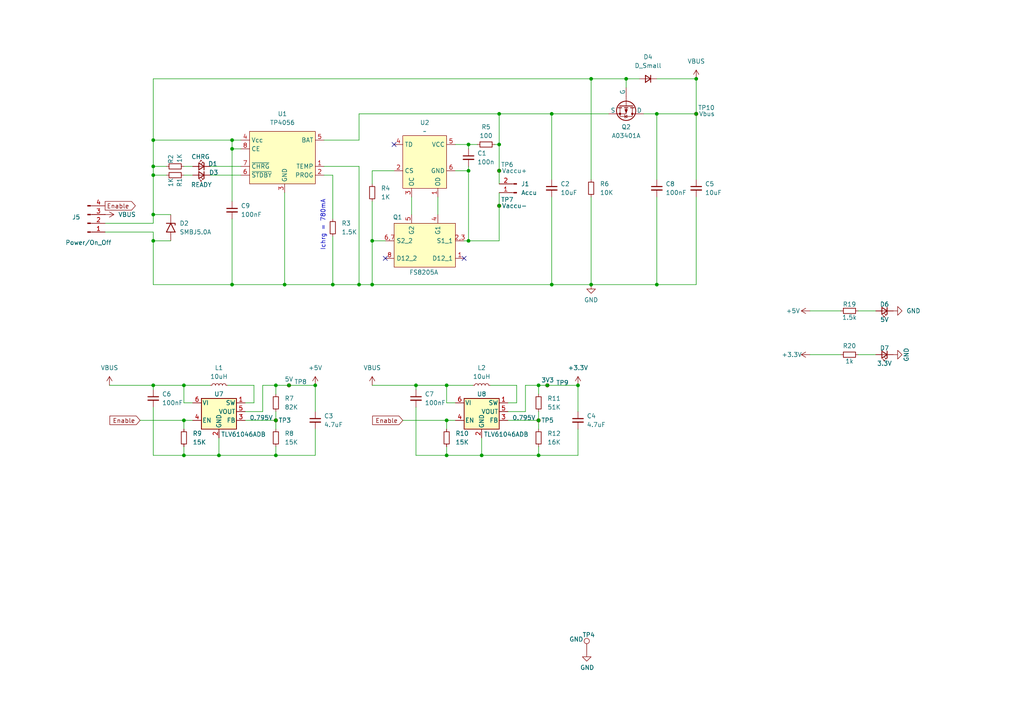
<source format=kicad_sch>
(kicad_sch (version 20231120) (generator "eeschema") (generator_version "8.0")
  (paper "A4")
  (lib_symbols
    (symbol "+5V_1" (power) (pin_numbers hide) (pin_names (offset 0) hide)
      (property "Value" "+5V" (at 0 3.556 0))
      (symbol "+5V_1_0_1"
        (polyline (pts (xy -0.762 1.27) (xy 0 2.54)))
        (polyline (pts (xy 0 0) (xy 0 2.54)))
        (polyline (pts (xy 0 2.54) (xy 0.762 1.27)))
      )
      (symbol "+5V_1_1_1"
        (pin power_in line (at 0 0 90) (length 0) (name "~") (number "1"))
      )
    )
    (symbol "Connector:Conn_01x02_Pin" (pin_names (offset 1.016) hide)
      (property "Reference" "J" (at 0 2.54 0))
      (property "Value" "Conn_01x02_Pin" (at 0 -5.08 0))
      (symbol "Conn_01x02_Pin_1_1"
        (polyline (pts (xy 1.27 -2.54) (xy 0.8636 -2.54)) (stroke (width 0.1524)))
        (polyline (pts (xy 1.27 0) (xy 0.8636 0)) (stroke (width 0.1524)))
        (rectangle (start 0.8636 -2.413) (end 0 -2.667) (stroke (width 0.1524)) (fill (type outline)))
        (rectangle (start 0.8636 0.127) (end 0 -0.127) (stroke (width 0.1524)) (fill (type outline)))
        (pin passive line (at 5.08 0 180) (length 3.81) (name "Pin_1") (number "1"))
        (pin passive line (at 5.08 -2.54 180) (length 3.81) (name "Pin_2") (number "2"))
      )
    )
    (symbol "Connector:Conn_01x04_Pin" (pin_names (offset 1.016) hide)
      (property "Reference" "J" (at 0 5.08 0))
      (property "Value" "Conn_01x04_Pin" (at 0 -7.62 0))
      (symbol "Conn_01x04_Pin_1_1"
        (polyline (pts (xy 1.27 -5.08) (xy 0.8636 -5.08)) (stroke (width 0.1524)))
        (polyline (pts (xy 1.27 -2.54) (xy 0.8636 -2.54)) (stroke (width 0.1524)))
        (polyline (pts (xy 1.27 0) (xy 0.8636 0)) (stroke (width 0.1524)))
        (polyline (pts (xy 1.27 2.54) (xy 0.8636 2.54)) (stroke (width 0.1524)))
        (rectangle (start 0.8636 -4.953) (end 0 -5.207) (stroke (width 0.1524)) (fill (type outline)))
        (rectangle (start 0.8636 -2.413) (end 0 -2.667) (stroke (width 0.1524)) (fill (type outline)))
        (rectangle (start 0.8636 0.127) (end 0 -0.127) (stroke (width 0.1524)) (fill (type outline)))
        (rectangle (start 0.8636 2.667) (end 0 2.413) (stroke (width 0.1524)) (fill (type outline)))
        (pin passive line (at 5.08 2.54 180) (length 3.81) (name "Pin_1") (number "1"))
        (pin passive line (at 5.08 0 180) (length 3.81) (name "Pin_2") (number "2"))
        (pin passive line (at 5.08 -2.54 180) (length 3.81) (name "Pin_3") (number "3"))
        (pin passive line (at 5.08 -5.08 180) (length 3.81) (name "Pin_4") (number "4"))
      )
    )
    (symbol "Connector:TestPoint" (pin_numbers hide) (pin_names (offset 0.762) hide)
      (property "Reference" "TP" (at 0 6.858 0))
      (property "Value" "TestPoint" (at 0 5.08 0))
      (symbol "TestPoint_0_1"
        (circle (center 0 3.302) (radius 0.762))
      )
      (symbol "TestPoint_1_1"
        (pin passive line (at 0 0 90) (length 2.54) (name "1") (number "1"))
      )
    )
    (symbol "Connector:TestPoint_Small" (pin_numbers hide) (pin_names (offset 0.762) hide)
      (property "Reference" "TP" (at 0 3.81 0))
      (property "Value" "TestPoint_Small" (at 0 2.032 0))
      (symbol "TestPoint_Small_0_1"
        (circle (center 0 0) (radius 0.508))
      )
      (symbol "TestPoint_Small_1_1"
        (pin passive line (at 0 0 90) (length 0) (name "1") (number "1"))
      )
    )
    (symbol "Device:C_Small" (pin_numbers hide) (pin_names (offset 0.254) hide)
      (property "Reference" "C" (at 0.254 1.778 0))
      (property "Value" "C_Small" (at 0.254 -2.032 0))
      (symbol "C_Small_0_1"
        (polyline (pts (xy -1.524 -0.508) (xy 1.524 -0.508)) (stroke (width 0.3302)))
        (polyline (pts (xy -1.524 0.508) (xy 1.524 0.508)) (stroke (width 0.3048)))
      )
      (symbol "C_Small_1_1"
        (pin passive line (at 0 2.54 270) (length 2.032) (name "~") (number "1"))
        (pin passive line (at 0 -2.54 90) (length 2.032) (name "~") (number "2"))
      )
    )
    (symbol "Device:D_Small" (pin_numbers hide) (pin_names (offset 0.254) hide)
      (property "Reference" "D" (at -1.27 2.032 0))
      (property "Value" "D_Small" (at -3.81 -2.032 0))
      (symbol "D_Small_0_1"
        (polyline (pts (xy -0.762 -1.016) (xy -0.762 1.016)) (stroke (width 0.254)))
        (polyline (pts (xy -0.762 0) (xy 0.762 0)))
        (polyline (pts (xy 0.762 -1.016) (xy -0.762 0) (xy 0.762 1.016) (xy 0.762 -1.016)) (stroke (width 0.254)))
      )
      (symbol "D_Small_1_1"
        (pin passive line (at -2.54 0 0) (length 1.778) (name "K") (number "1"))
        (pin passive line (at 2.54 0 180) (length 1.778) (name "A") (number "2"))
      )
    )
    (symbol "Device:LED_Small" (pin_numbers hide) (pin_names (offset 0.254) hide)
      (property "Reference" "D" (at -1.27 3.175 0))
      (property "Value" "LED_Small" (at -4.445 -2.54 0))
      (symbol "LED_Small_0_1"
        (polyline (pts (xy -0.762 -1.016) (xy -0.762 1.016)) (stroke (width 0.254)))
        (polyline (pts (xy 1.016 0) (xy -0.762 0)))
        (polyline (pts (xy 0.762 -1.016) (xy -0.762 0) (xy 0.762 1.016) (xy 0.762 -1.016)) (stroke (width 0.254)))
        (polyline (pts (xy 0 0.762) (xy -0.508 1.27) (xy -0.254 1.27) (xy -0.508 1.27) (xy -0.508 1.016)))
        (polyline (pts (xy 0.508 1.27) (xy 0 1.778) (xy 0.254 1.778) (xy 0 1.778) (xy 0 1.524)))
      )
      (symbol "LED_Small_1_1"
        (pin passive line (at -2.54 0 0) (length 1.778) (name "K") (number "1"))
        (pin passive line (at 2.54 0 180) (length 1.778) (name "A") (number "2"))
      )
    )
    (symbol "Device:L_Small" (pin_numbers hide) (pin_names (offset 0.254) hide)
      (property "Reference" "L" (at 0.762 1.016 0))
      (property "Value" "L_Small" (at 0.762 -1.016 0))
      (symbol "L_Small_0_1"
        (arc (start 0 -2.032) (mid 0.5058 -1.524) (end 0 -1.016))
        (arc (start 0 -1.016) (mid 0.5058 -0.508) (end 0 0))
        (arc (start 0 0) (mid 0.5058 0.508) (end 0 1.016))
        (arc (start 0 1.016) (mid 0.5058 1.524) (end 0 2.032))
      )
      (symbol "L_Small_1_1"
        (pin passive line (at 0 2.54 270) (length 0.508) (name "~") (number "1"))
        (pin passive line (at 0 -2.54 90) (length 0.508) (name "~") (number "2"))
      )
    )
    (symbol "Device:R_Small" (pin_numbers hide) (pin_names (offset 0.254) hide)
      (property "Reference" "R" (at 0.762 0.508 0))
      (property "Value" "R_Small" (at 0.762 -1.016 0))
      (symbol "R_Small_0_1"
        (rectangle (start -0.762 1.778) (end 0.762 -1.778) (stroke (width 0.2032)))
      )
      (symbol "R_Small_1_1"
        (pin passive line (at 0 2.54 270) (length 0.762) (name "~") (number "1"))
        (pin passive line (at 0 -2.54 90) (length 0.762) (name "~") (number "2"))
      )
    )
    (symbol "Diode:SM6T7V5A" (pin_numbers hide) (pin_names (offset 1.016) hide)
      (property "Reference" "D" (at 0 2.54 0))
      (property "Value" "SM6T7V5A" (at 0 -2.54 0))
      (symbol "SM6T7V5A_0_1"
        (polyline (pts (xy -0.762 1.27) (xy -1.27 1.27) (xy -1.27 -1.27)) (stroke (width 0.254)))
        (polyline (pts (xy 1.27 1.27) (xy 1.27 -1.27) (xy -1.27 0) (xy 1.27 1.27)) (stroke (width 0.254)))
      )
      (symbol "SM6T7V5A_1_1"
        (pin passive line (at -3.81 0 0) (length 2.54) (name "A1") (number "1"))
        (pin passive line (at 3.81 0 180) (length 2.54) (name "A2") (number "2"))
      )
    )
    (symbol "NicE:DW01A"
      (property "Reference" "U" (at 0 7.366 0))
      (symbol "DW01A_1_1"
        (rectangle (start -6.35 6.35) (end 6.35 -8.89) (fill (type background)))
        (pin output line (at 3.81 -11.43 90) (length 2.54) (name "OD") (number "1"))
        (pin input line (at -8.89 -3.81 0) (length 2.54) (name "CS") (number "2"))
        (pin output line (at -3.81 -11.43 90) (length 2.54) (name "OC") (number "3"))
        (pin input line (at -8.89 3.81 0) (length 2.54) (name "TD") (number "4"))
        (pin input line (at 8.89 3.81 180) (length 2.54) (name "VCC") (number "5"))
        (pin output line (at 8.89 -3.81 180) (length 2.54) (name "GND") (number "6"))
      )
    )
    (symbol "NicE:FS8205A" (pin_names (offset 0.762))
      (property "Reference" "Q" (at -1.27 5.08 0))
      (property "Value" "FS8205A" (at -3.81 -1.27 0))
      (symbol "FS8205A_0_0"
        (pin unspecified line (at -11.43 -3.81 0) (length 2.45) (name "D12_1") (number "1"))
        (pin unspecified line (at -11.43 1.27 0) (length 2.45) (name "S1_1") (number "2,3"))
        (pin unspecified line (at -3.81 8.89 270) (length 2.45) (name "G1") (number "4"))
        (pin unspecified line (at 3.81 8.89 270) (length 2.45) (name "G2") (number "5"))
        (pin unspecified line (at 11.43 1.27 180) (length 2.45) (name "S2_2") (number "6,7"))
        (pin unspecified line (at 11.43 -3.81 180) (length 2.45) (name "D12_2") (number "8"))
      )
      (symbol "FS8205A_0_1"
        (polyline (pts (xy -8.89 6.35) (xy 8.89 6.35) (xy 8.89 -6.35) (xy -8.89 -6.35) (xy -8.89 6.35)) (stroke (width 0.1524)) (fill (type background)))
      )
    )
    (symbol "NicE:TP4056"
      (property "Reference" "U" (at 0 6.35 0))
      (property "Value" "TP4056" (at 0 0 0))
      (symbol "TP4056_0_1"
        (rectangle (start -10.16 7.62) (end 8.89 -7.62) (fill (type background)))
      )
      (symbol "TP4056_1_1"
        (pin passive line (at 11.43 -2.54 180) (length 2.54) (name "TEMP") (number "1"))
        (pin passive line (at 11.43 -5.08 180) (length 2.54) (name "PROG") (number "2"))
        (pin passive line (at 0 -10.16 90) (length 2.54) (name "GND") (number "3"))
        (pin power_in line (at -12.7 5.08 0) (length 2.54) (name "Vcc") (number "4"))
        (pin output line (at 11.43 5.08 180) (length 2.54) (name "BAT") (number "5"))
        (pin open_collector line (at -12.7 -5.08 0) (length 2.54) (name "~{STDBY}") (number "6"))
        (pin open_collector line (at -12.7 -2.54 0) (length 2.54) (name "~{CHRG}") (number "7"))
        (pin passive line (at -12.7 2.54 0) (length 2.54) (name "CE") (number "8"))
      )
    )
    (symbol "Regulator_Switching:TLV61046ADB" (pin_names (offset 0.254))
      (property "Reference" "U" (at -5.08 7.62 0))
      (property "Value" "TLV61046ADB" (at 0 7.62 0))
      (symbol "TLV61046ADB_0_1"
        (rectangle (start -5.08 6.35) (end 5.08 -2.54) (stroke (width 0.254)) (fill (type background)))
      )
      (symbol "TLV61046ADB_1_1"
        (pin power_in line (at 7.62 5.08 180) (length 2.54) (name "SW") (number "1"))
        (pin power_in line (at 0 -5.08 90) (length 2.54) (name "GND") (number "2"))
        (pin input line (at 7.62 0 180) (length 2.54) (name "FB") (number "3"))
        (pin input line (at -7.62 0 0) (length 2.54) (name "EN") (number "4"))
        (pin power_out line (at 7.62 2.54 180) (length 2.54) (name "VOUT") (number "5"))
        (pin power_in line (at -7.62 5.08 0) (length 2.54) (name "VI") (number "6"))
      )
    )
    (symbol "Simulation_SPICE:PMOS" (pin_numbers hide) (pin_names (offset 0))
      (property "Reference" "Q" (at 5.08 1.27 0))
      (property "Value" "PMOS" (at 5.08 -1.27 0))
      (symbol "PMOS_0_1"
        (polyline (pts (xy 0.254 0) (xy -2.54 0)))
        (polyline (pts (xy 0.254 1.905) (xy 0.254 -1.905)) (stroke (width 0.254)))
        (polyline (pts (xy 0.762 -1.27) (xy 0.762 -2.286)) (stroke (width 0.254)))
        (polyline (pts (xy 0.762 0.508) (xy 0.762 -0.508)) (stroke (width 0.254)))
        (polyline (pts (xy 0.762 2.286) (xy 0.762 1.27)) (stroke (width 0.254)))
        (polyline (pts (xy 2.54 2.54) (xy 2.54 1.778)))
        (polyline (pts (xy 2.54 -2.54) (xy 2.54 0) (xy 0.762 0)))
        (polyline (pts (xy 0.762 1.778) (xy 3.302 1.778) (xy 3.302 -1.778) (xy 0.762 -1.778)))
        (polyline (pts (xy 2.286 0) (xy 1.27 0.381) (xy 1.27 -0.381) (xy 2.286 0)) (fill (type outline)))
        (polyline (pts (xy 2.794 -0.508) (xy 2.921 -0.381) (xy 3.683 -0.381) (xy 3.81 -0.254)))
        (polyline (pts (xy 3.302 -0.381) (xy 2.921 0.254) (xy 3.683 0.254) (xy 3.302 -0.381)))
        (circle (center 1.651 0) (radius 2.794) (stroke (width 0.254)))
        (circle (center 2.54 -1.778) (radius 0.254) (fill (type outline)))
        (circle (center 2.54 1.778) (radius 0.254) (fill (type outline)))
      )
      (symbol "PMOS_1_1"
        (pin passive line (at 2.54 5.08 270) (length 2.54) (name "D") (number "1"))
        (pin input line (at -5.08 0 0) (length 2.54) (name "G") (number "2"))
        (pin passive line (at 2.54 -5.08 90) (length 2.54) (name "S") (number "3"))
      )
    )
    (symbol "power:+3.3V" (power) (pin_names (offset 0))
      (property "Value" "+3.3V" (at 0 3.556 0))
      (symbol "+3.3V_0_1"
        (polyline (pts (xy -0.762 1.27) (xy 0 2.54)))
        (polyline (pts (xy 0 0) (xy 0 2.54)))
        (polyline (pts (xy 0 2.54) (xy 0.762 1.27)))
      )
      (symbol "+3.3V_1_1"
        (pin power_in line (at 0 0 90) (length 0) hide (name "+3.3V") (number "1"))
      )
    )
    (symbol "power:+5V" (power) (pin_names (offset 0))
      (property "Value" "+5V" (at 0 3.556 0))
      (symbol "+5V_0_1"
        (polyline (pts (xy -0.762 1.27) (xy 0 2.54)))
        (polyline (pts (xy 0 0) (xy 0 2.54)))
        (polyline (pts (xy 0 2.54) (xy 0.762 1.27)))
      )
      (symbol "+5V_1_1"
        (pin power_in line (at 0 0 90) (length 0) hide (name "+5V") (number "1"))
      )
    )
    (symbol "power:GND" (power) (pin_names (offset 0))
      (property "Value" "GND" (at 0 -3.81 0))
      (symbol "GND_0_1"
        (polyline (pts (xy 0 0) (xy 0 -1.27) (xy 1.27 -1.27) (xy 0 -2.54) (xy -1.27 -1.27) (xy 0 -1.27)))
      )
      (symbol "GND_1_1"
        (pin power_in line (at 0 0 270) (length 0) hide (name "GND") (number "1"))
      )
    )
    (symbol "power:VBUS" (power) (pin_numbers hide) (pin_names (offset 0) hide)
      (property "Value" "VBUS" (at 0 3.556 0))
      (symbol "VBUS_0_1"
        (polyline (pts (xy -0.762 1.27) (xy 0 2.54)))
        (polyline (pts (xy 0 0) (xy 0 2.54)))
        (polyline (pts (xy 0 2.54) (xy 0.762 1.27)))
      )
      (symbol "VBUS_1_1"
        (pin power_in line (at 0 0 90) (length 0) (name "~") (number "1"))
      )
    )
  )
  (junction (at 107.95 69.85))
  (junction (at 91.44 111.76))
  (junction (at 67.31 82.55))
  (junction (at 129.54 132.08))
  (junction (at 120.65 111.76))
  (junction (at 44.45 69.85))
  (junction (at 158.75 111.76))
  (junction (at 53.34 121.92))
  (junction (at 67.31 43.18))
  (junction (at 129.54 121.92))
  (junction (at 82.55 82.55))
  (junction (at 156.21 132.08))
  (junction (at 135.89 69.85))
  (junction (at 80.01 132.08))
  (junction (at 144.78 49.53))
  (junction (at 144.78 41.91))
  (junction (at 63.5 132.08))
  (junction (at 80.01 121.92))
  (junction (at 167.64 111.76))
  (junction (at 171.45 82.55))
  (junction (at 83.82 111.76))
  (junction (at 144.78 33.02))
  (junction (at 135.89 49.53))
  (junction (at 44.45 48.26))
  (junction (at 139.7 132.08))
  (junction (at 129.54 111.76))
  (junction (at 107.95 82.55))
  (junction (at 135.89 41.91))
  (junction (at 96.52 82.55))
  (junction (at 44.45 40.64))
  (junction (at 201.93 22.86))
  (junction (at 156.21 111.76))
  (junction (at 190.5 82.55))
  (junction (at 156.21 121.92))
  (junction (at 160.02 82.55))
  (junction (at 80.01 111.76))
  (junction (at 44.45 111.76))
  (junction (at 53.34 111.76))
  (junction (at 44.45 62.23))
  (junction (at 104.14 82.55))
  (junction (at 181.61 22.86))
  (junction (at 67.31 40.64))
  (junction (at 44.45 50.8))
  (junction (at 53.34 132.08))
  (junction (at 171.45 22.86))
  (junction (at 201.93 33.02))
  (junction (at 160.02 33.02))
  (junction (at 190.5 33.02))
  (junction (at 144.78 59.69))
  (no_connect (at 111.76 74.93))
  (no_connect (at 114.3 41.91))
  (no_connect (at 134.62 74.93))
  (wire (pts (xy 147.32 119.38) (xy 152.4 119.38)))
  (wire (pts (xy 144.78 59.69) (xy 144.78 69.85)))
  (wire (pts (xy 152.4 119.38) (xy 152.4 111.76)))
  (wire (pts (xy 144.78 49.53) (xy 144.78 53.34)))
  (wire (pts (xy 53.34 121.92) (xy 53.34 124.46)))
  (wire (pts (xy 135.89 41.91) (xy 138.43 41.91)))
  (wire (pts (xy 190.5 57.15) (xy 190.5 82.55)))
  (wire (pts (xy 69.85 43.18) (xy 67.31 43.18)))
  (wire (pts (xy 91.44 124.46) (xy 91.44 132.08)))
  (wire (pts (xy 44.45 69.85) (xy 44.45 82.55)))
  (wire (pts (xy 156.21 121.92) (xy 156.21 124.46)))
  (wire (pts (xy 67.31 63.5) (xy 67.31 82.55)))
  (wire (pts (xy 149.86 116.84) (xy 147.32 116.84)))
  (wire (pts (xy 248.92 102.87) (xy 254 102.87)))
  (wire (pts (xy 53.34 132.08) (xy 63.5 132.08)))
  (wire (pts (xy 107.95 58.42) (xy 107.95 69.85)))
  (wire (pts (xy 60.96 50.8) (xy 69.85 50.8)))
  (wire (pts (xy 158.75 111.76) (xy 167.64 111.76)))
  (wire (pts (xy 44.45 67.31) (xy 44.45 69.85)))
  (wire (pts (xy 114.3 49.53) (xy 107.95 49.53)))
  (wire (pts (xy 144.78 33.02) (xy 160.02 33.02)))
  (wire (pts (xy 107.95 69.85) (xy 111.76 69.85)))
  (wire (pts (xy 71.12 119.38) (xy 76.2 119.38)))
  (wire (pts (xy 53.34 111.76) (xy 53.34 116.84)))
  (wire (pts (xy 149.86 111.76) (xy 149.86 116.84)))
  (wire (pts (xy 107.95 49.53) (xy 107.95 53.34)))
  (wire (pts (xy 44.45 111.76) (xy 44.45 113.03)))
  (wire (pts (xy 76.2 111.76) (xy 80.01 111.76)))
  (wire (pts (xy 82.55 55.88) (xy 82.55 82.55)))
  (wire (pts (xy 80.01 121.92) (xy 80.01 124.46)))
  (wire (pts (xy 93.98 40.64) (xy 104.14 40.64)))
  (wire (pts (xy 120.65 118.11) (xy 120.65 132.08)))
  (wire (pts (xy 44.45 48.26) (xy 48.26 48.26)))
  (wire (pts (xy 181.61 22.86) (xy 185.42 22.86)))
  (wire (pts (xy 67.31 43.18) (xy 67.31 58.42)))
  (wire (pts (xy 201.93 22.86) (xy 201.93 33.02)))
  (wire (pts (xy 71.12 121.92) (xy 80.01 121.92)))
  (wire (pts (xy 44.45 118.11) (xy 44.45 132.08)))
  (wire (pts (xy 80.01 121.92) (xy 80.01 119.38)))
  (wire (pts (xy 144.78 55.88) (xy 144.78 59.69)))
  (wire (pts (xy 120.65 111.76) (xy 129.54 111.76)))
  (wire (pts (xy 60.96 111.76) (xy 53.34 111.76)))
  (wire (pts (xy 135.89 49.53) (xy 135.89 48.26)))
  (wire (pts (xy 135.89 69.85) (xy 144.78 69.85)))
  (wire (pts (xy 73.66 111.76) (xy 73.66 116.84)))
  (wire (pts (xy 53.34 48.26) (xy 55.88 48.26)))
  (wire (pts (xy 44.45 111.76) (xy 53.34 111.76)))
  (wire (pts (xy 44.45 132.08) (xy 53.34 132.08)))
  (wire (pts (xy 80.01 111.76) (xy 83.82 111.76)))
  (wire (pts (xy 139.7 132.08) (xy 139.7 127)))
  (wire (pts (xy 67.31 40.64) (xy 69.85 40.64)))
  (wire (pts (xy 143.51 41.91) (xy 144.78 41.91)))
  (wire (pts (xy 144.78 41.91) (xy 144.78 49.53)))
  (wire (pts (xy 135.89 49.53) (xy 135.89 69.85)))
  (wire (pts (xy 129.54 129.54) (xy 129.54 132.08)))
  (wire (pts (xy 156.21 121.92) (xy 156.21 119.38)))
  (wire (pts (xy 160.02 57.15) (xy 160.02 82.55)))
  (wire (pts (xy 167.64 119.38) (xy 167.64 111.76)))
  (wire (pts (xy 248.92 90.17) (xy 254 90.17)))
  (wire (pts (xy 147.32 121.92) (xy 156.21 121.92)))
  (wire (pts (xy 83.82 111.76) (xy 91.44 111.76)))
  (wire (pts (xy 142.24 111.76) (xy 149.86 111.76)))
  (wire (pts (xy 31.75 111.76) (xy 44.45 111.76)))
  (wire (pts (xy 44.45 40.64) (xy 67.31 40.64)))
  (wire (pts (xy 190.5 33.02) (xy 201.93 33.02)))
  (wire (pts (xy 171.45 22.86) (xy 171.45 52.07)))
  (wire (pts (xy 104.14 40.64) (xy 104.14 33.02)))
  (wire (pts (xy 186.69 33.02) (xy 190.5 33.02)))
  (wire (pts (xy 190.5 82.55) (xy 171.45 82.55)))
  (wire (pts (xy 53.34 50.8) (xy 55.88 50.8)))
  (wire (pts (xy 44.45 50.8) (xy 48.26 50.8)))
  (wire (pts (xy 91.44 132.08) (xy 80.01 132.08)))
  (wire (pts (xy 134.62 69.85) (xy 135.89 69.85)))
  (wire (pts (xy 119.38 62.23) (xy 119.38 57.15)))
  (wire (pts (xy 96.52 63.5) (xy 96.52 50.8)))
  (wire (pts (xy 129.54 111.76) (xy 129.54 116.84)))
  (wire (pts (xy 201.93 82.55) (xy 190.5 82.55)))
  (wire (pts (xy 190.5 22.86) (xy 201.93 22.86)))
  (wire (pts (xy 104.14 48.26) (xy 104.14 82.55)))
  (wire (pts (xy 171.45 82.55) (xy 160.02 82.55)))
  (wire (pts (xy 120.65 111.76) (xy 120.65 113.03)))
  (wire (pts (xy 152.4 111.76) (xy 156.21 111.76)))
  (wire (pts (xy 181.61 25.4) (xy 181.61 22.86)))
  (wire (pts (xy 60.96 48.26) (xy 69.85 48.26)))
  (wire (pts (xy 44.45 40.64) (xy 44.45 48.26)))
  (wire (pts (xy 167.64 124.46) (xy 167.64 132.08)))
  (wire (pts (xy 44.45 22.86) (xy 44.45 40.64)))
  (wire (pts (xy 127 62.23) (xy 127 57.15)))
  (wire (pts (xy 73.66 116.84) (xy 71.12 116.84)))
  (wire (pts (xy 201.93 57.15) (xy 201.93 82.55)))
  (wire (pts (xy 171.45 57.15) (xy 171.45 82.55)))
  (wire (pts (xy 107.95 111.76) (xy 120.65 111.76)))
  (wire (pts (xy 107.95 69.85) (xy 107.95 82.55)))
  (wire (pts (xy 160.02 33.02) (xy 160.02 52.07)))
  (wire (pts (xy 66.04 111.76) (xy 73.66 111.76)))
  (wire (pts (xy 234.95 90.17) (xy 243.84 90.17)))
  (wire (pts (xy 107.95 82.55) (xy 160.02 82.55)))
  (wire (pts (xy 67.31 82.55) (xy 82.55 82.55)))
  (wire (pts (xy 144.78 41.91) (xy 144.78 33.02)))
  (wire (pts (xy 96.52 82.55) (xy 104.14 82.55)))
  (wire (pts (xy 120.65 132.08) (xy 129.54 132.08)))
  (wire (pts (xy 190.5 33.02) (xy 190.5 52.07)))
  (wire (pts (xy 129.54 116.84) (xy 132.08 116.84)))
  (wire (pts (xy 181.61 22.86) (xy 171.45 22.86)))
  (wire (pts (xy 129.54 132.08) (xy 139.7 132.08)))
  (wire (pts (xy 104.14 33.02) (xy 144.78 33.02)))
  (wire (pts (xy 67.31 40.64) (xy 67.31 43.18)))
  (wire (pts (xy 156.21 111.76) (xy 158.75 111.76)))
  (wire (pts (xy 80.01 132.08) (xy 63.5 132.08)))
  (wire (pts (xy 167.64 132.08) (xy 156.21 132.08)))
  (wire (pts (xy 104.14 82.55) (xy 107.95 82.55)))
  (wire (pts (xy 234.95 102.87) (xy 243.84 102.87)))
  (wire (pts (xy 44.45 50.8) (xy 44.45 62.23)))
  (wire (pts (xy 129.54 121.92) (xy 129.54 124.46)))
  (wire (pts (xy 116.84 121.92) (xy 129.54 121.92)))
  (wire (pts (xy 76.2 119.38) (xy 76.2 111.76)))
  (wire (pts (xy 132.08 49.53) (xy 135.89 49.53)))
  (wire (pts (xy 82.55 82.55) (xy 96.52 82.55)))
  (wire (pts (xy 80.01 129.54) (xy 80.01 132.08)))
  (wire (pts (xy 63.5 132.08) (xy 63.5 127)))
  (wire (pts (xy 96.52 68.58) (xy 96.52 82.55)))
  (wire (pts (xy 53.34 129.54) (xy 53.34 132.08)))
  (wire (pts (xy 40.64 121.92) (xy 53.34 121.92)))
  (wire (pts (xy 171.45 22.86) (xy 44.45 22.86)))
  (wire (pts (xy 137.16 111.76) (xy 129.54 111.76)))
  (wire (pts (xy 96.52 50.8) (xy 93.98 50.8)))
  (wire (pts (xy 44.45 48.26) (xy 44.45 50.8)))
  (wire (pts (xy 156.21 111.76) (xy 156.21 114.3)))
  (wire (pts (xy 53.34 116.84) (xy 55.88 116.84)))
  (wire (pts (xy 80.01 111.76) (xy 80.01 114.3)))
  (wire (pts (xy 44.45 82.55) (xy 67.31 82.55)))
  (wire (pts (xy 201.93 33.02) (xy 201.93 52.07)))
  (wire (pts (xy 176.53 33.02) (xy 160.02 33.02)))
  (wire (pts (xy 93.98 48.26) (xy 104.14 48.26)))
  (wire (pts (xy 44.45 62.23) (xy 49.53 62.23)))
  (wire (pts (xy 132.08 121.92) (xy 129.54 121.92)))
  (wire (pts (xy 44.45 69.85) (xy 49.53 69.85)))
  (wire (pts (xy 156.21 132.08) (xy 139.7 132.08)))
  (wire (pts (xy 30.48 64.77) (xy 44.45 64.77)))
  (wire (pts (xy 44.45 62.23) (xy 44.45 64.77)))
  (wire (pts (xy 132.08 41.91) (xy 135.89 41.91)))
  (wire (pts (xy 30.48 67.31) (xy 44.45 67.31)))
  (wire (pts (xy 55.88 121.92) (xy 53.34 121.92)))
  (wire (pts (xy 156.21 129.54) (xy 156.21 132.08)))
  (wire (pts (xy 91.44 119.38) (xy 91.44 111.76)))
  (wire (pts (xy 135.89 41.91) (xy 135.89 43.18)))
  (text "Ichrg = 780mA" (at 93.726 65.278 90) (effects (font (size 1.27 1.27))))
  (global_label "Enable" (shape input) (at 116.84 121.92 180) (property "Intersheetrefs" "${INTERSHEET_REFS}" (effects (hide yes))))
  (global_label "Enable" (shape output) (at 30.48 59.69 0) (property "Intersheetrefs" "${INTERSHEET_REFS}" (effects (hide yes))))
  (global_label "Enable" (shape input) (at 40.64 121.92 180) (property "Intersheetrefs" "${INTERSHEET_REFS}" (effects (hide yes))))
  (symbol (lib_id "Device:C_Small") (at 160.02 54.61 0) (unit 1)
    (property "Reference" "C2" (at 162.56 53.3462 0) (effects (justify left)))
    (property "Value" "10uF" (at 162.56 55.8862 0) (effects (justify left)))
    (property "Description" "Unpolarized capacitor, small symbol" (effects (hide yes)))
  )
  (symbol (lib_id "Regulator_Switching:TLV61046ADB") (at 139.7 121.92 0) (unit 1)
    (property "Reference" "U8" (at 139.7 114.3 0))
    (property "Value" "TLV61046ADB" (at 146.812 125.984 0))
    (property "Footprint" "Package_TO_SOT_SMD:SOT-23-6" (effects (hide yes)))
    (property "Datasheet" "http://www.ti.com/lit/ds/symlink/tlv61046a.pdf" (effects (hide yes)))
    (property "Description" "28-V Output Voltage Boost Converter with Power Diode and Isolation Switch, SOT-23-6" (effects (hide yes)))
  )
  (symbol (lib_id "NicE:TP4056") (at 82.55 45.72 0) (unit 1)
    (property "Reference" "U1" (at 81.915 33.02 0))
    (property "Value" "TP4056" (at 81.915 35.56 0))
    (property "Footprint" "Package_SO:Diodes_PSOP-8" (effects (hide yes)))
    (property "Datasheet" "https://dlnmh9ip6v2uc.cloudfront.net/datasheets/Prototyping/TP4056.pdf" (effects (hide yes)))
    (property "LCSC" "C16581" (effects (hide yes)))
  )
  (symbol (lib_id "power:+3.3V") (at 234.95 102.87 90) (unit 1)
    (property "Reference" "#PWR020" (effects (hide yes)))
    (property "Value" "+3.3V" (at 226.695 102.87 90) (effects (justify right)))
    (instances (project "NIKOLA-02-E-001_PCAScannerController_R1" (path "" (reference "#PWR020") (unit 1))) (project "Robuoy" (path "" (reference "#PWR0206") (unit 1))))
  )
  (symbol (lib_id "Connector:TestPoint_Small") (at 201.93 33.02 0) (unit 1)
    (property "Reference" "TP10" (at 202.438 31.242 0) (effects (justify left)))
    (property "Value" "Vbus" (at 202.692 33.02 0) (effects (justify left)))
    (property "Description" "test point" (effects (hide yes)))
  )
  (symbol (lib_id "power:VBUS") (at 31.75 111.76 0) (unit 1)
    (property "Reference" "#PWR07" (effects (hide yes)))
    (property "Value" "VBUS" (at 31.75 106.68 0))
    (property "Description" "Power symbol creates a global label with name \"VBUS\"" (effects (hide yes)))
  )
  (symbol (lib_id "Simulation_SPICE:PMOS") (at 181.61 30.48 270) (unit 1)
    (property "Reference" "Q2" (at 181.61 36.83 90))
    (property "Value" "A03401A" (at 181.61 39.37 90))
    (property "Datasheet" "https://ngspice.sourceforge.io/docs/ngspice-html-manual/manual.xhtml#cha_MOSFETs" (effects (hide yes)))
    (property "Description" "P-MOSFET transistor, drain/source/gate" (effects (hide yes)))
    (property "Sim.Device" "PMOS" (effects (hide yes)))
    (property "Sim.Type" "VDMOS" (effects (hide yes)))
    (property "Sim.Pins" "1=D 2=G 3=S" (effects (hide yes)))
    (property "LCSC" "C15127" (effects (hide yes)))
  )
  (symbol (lib_id "Device:R_Small") (at 53.34 127 0) (unit 1)
    (property "Reference" "R9" (at 55.88 125.7299 0) (effects (justify left)))
    (property "Value" "15K" (at 55.88 128.2699 0) (effects (justify left)))
    (property "Description" "Resistor, small symbol" (effects (hide yes)))
  )
  (symbol (lib_id "Connector:TestPoint_Small") (at 156.21 121.92 0) (unit 1)
    (property "Reference" "TP5" (at 156.972 121.92 0) (effects (justify left)))
    (property "Value" "0.795V" (at 148.59 121.158 0) (effects (justify left)))
    (property "Description" "test point" (effects (hide yes)))
  )
  (symbol (lib_id "Device:R_Small") (at 156.21 116.84 0) (unit 1)
    (property "Reference" "R11" (at 158.75 115.5699 0) (effects (justify left)))
    (property "Value" "51K" (at 158.75 118.1099 0) (effects (justify left)))
    (property "Description" "Resistor, small symbol" (effects (hide yes)))
  )
  (symbol (lib_id "Device:R_Small") (at 156.21 127 0) (unit 1)
    (property "Reference" "R12" (at 158.75 125.7299 0) (effects (justify left)))
    (property "Value" "16K" (at 158.75 128.2699 0) (effects (justify left)))
    (property "Description" "Resistor, small symbol" (effects (hide yes)))
  )
  (symbol (lib_id "NicE:FS8205A") (at 123.19 71.12 0) (mirror y) (unit 1)
    (property "Reference" "Q1" (at 115.316 62.992 0))
    (property "Value" "FS8205A" (at 122.936 78.994 0))
    (property "Footprint" "SOP65P640X120-8N" (effects (hide yes)))
    (property "Datasheet" "http://www.ic-fortune.com/upload/Download/FS8205A-DS-12_EN.pdf" (effects (hide yes)))
    (property "Description" "dual n-channel enhancement mode power MOFSET" (effects (hide yes)))
    (property "Height" "1.2" (effects (hide yes)))
    (property "Manufacturer_Name" "SII Semiconductor" (effects (hide yes)))
    (property "Manufacturer_Part_Number" "FS8205A" (effects (hide yes)))
  )
  (symbol (lib_id "Device:C_Small") (at 135.89 45.72 0) (unit 1)
    (property "Reference" "C1" (at 138.43 44.4562 0) (effects (justify left)))
    (property "Value" "100n" (at 138.43 46.9962 0) (effects (justify left)))
    (property "Description" "Unpolarized capacitor, small symbol" (effects (hide yes)))
  )
  (symbol (lib_name "+5V_1") (lib_id "power:+5V") (at 91.44 111.76 0) (unit 1)
    (property "Reference" "#PWR08" (effects (hide yes)))
    (property "Value" "+5V" (at 91.44 106.68 0))
    (property "Description" "Power symbol creates a global label with name \"+5V\"" (effects (hide yes)))
  )
  (symbol (lib_id "Device:R_Small") (at 50.8 48.26 90) (unit 1)
    (property "Reference" "R2" (at 49.53 47.498 0) (effects (justify left)))
    (property "Value" "1K" (at 52.07 47.244 0) (effects (justify left)))
    (property "Footprint" "A_Device:R_0603" (effects (hide yes)))
    (property "Description" "Resistor, small symbol" (effects (hide yes)))
  )
  (symbol (lib_id "power:GND") (at 259.08 102.87 90) (unit 1)
    (property "Reference" "#PWR024" (effects (hide yes)))
    (property "Value" "GND" (at 262.89 102.87 0))
    (instances (project "NIKOLA-02-E-001_PCAScannerController_R1" (path "" (reference "#PWR024") (unit 1))) (project "Robuoy" (path "" (reference "#PWR0210") (unit 1))))
  )
  (symbol (lib_id "Regulator_Switching:TLV61046ADB") (at 63.5 121.92 0) (unit 1)
    (property "Reference" "U7" (at 63.5 114.3 0))
    (property "Value" "TLV61046ADB" (at 70.612 125.984 0))
    (property "Footprint" "Package_TO_SOT_SMD:SOT-23-6" (effects (hide yes)))
    (property "Datasheet" "http://www.ti.com/lit/ds/symlink/tlv61046a.pdf" (effects (hide yes)))
    (property "Description" "28-V Output Voltage Boost Converter with Power Diode and Isolation Switch, SOT-23-6" (effects (hide yes)))
  )
  (symbol (lib_id "power:VBUS") (at 201.93 22.86 0) (unit 1)
    (property "Reference" "#PWR02" (effects (hide yes)))
    (property "Value" "VBUS" (at 201.93 17.78 0))
    (property "Description" "Power symbol creates a global label with name \"VBUS\"" (effects (hide yes)))
  )
  (symbol (lib_id "Device:LED_Small") (at 256.54 90.17 180) (unit 1)
    (property "Reference" "D6" (at 256.54 88.265 0))
    (property "Value" "5V" (at 256.54 92.71 0))
    (property "Footprint" "LED_SMD:LED_0603_1608Metric" (effects (hide yes)))
    (property "Datasheet" "https://datasheet.lcsc.com/szlcsc/Hubei-KENTO-Elec-KT-0603R_C2286.pdf" (effects (hide yes)))
    (property "LCSC" "C72043" (effects (hide yes)))
    (instances (project "NIKOLA-02-E-001_PCAScannerController_R1" (path "" (reference "D6") (unit 1))) (project "Robuoy" (path "" (reference "D202") (unit 1))))
  )
  (symbol (lib_id "Device:C_Small") (at 120.65 115.57 0) (unit 1)
    (property "Reference" "C7" (at 123.19 114.3062 0) (effects (justify left)))
    (property "Value" "100nF" (at 123.19 116.8462 0) (effects (justify left)))
    (property "Description" "Unpolarized capacitor, small symbol" (effects (hide yes)))
  )
  (symbol (lib_id "Connector:TestPoint_Small") (at 144.78 59.69 0) (unit 1)
    (property "Reference" "TP7" (at 145.288 57.912 0) (effects (justify left)))
    (property "Value" "Vaccu-" (at 145.542 59.69 0) (effects (justify left)))
    (property "Description" "test point" (effects (hide yes)))
  )
  (symbol (lib_id "Device:R_Small") (at 129.54 127 0) (unit 1)
    (property "Reference" "R10" (at 132.08 125.7299 0) (effects (justify left)))
    (property "Value" "15K" (at 132.08 128.2699 0) (effects (justify left)))
    (property "Description" "Resistor, small symbol" (effects (hide yes)))
  )
  (symbol (lib_id "Device:R_Small") (at 107.95 55.88 0) (unit 1)
    (property "Reference" "R4" (at 110.49 54.6099 0) (effects (justify left)))
    (property "Value" "1K" (at 110.49 57.1499 0) (effects (justify left)))
    (property "Footprint" "A_Device:R_0603" (effects (hide yes)))
    (property "Description" "Resistor, small symbol" (effects (hide yes)))
  )
  (symbol (lib_id "Diode:SM6T7V5A") (at 49.53 66.04 270) (unit 1)
    (property "Reference" "D2" (at 52.07 64.7699 90) (effects (justify left)))
    (property "Value" "SMBJ5.0A" (at 52.07 67.3099 90) (effects (justify left)))
    (property "Footprint" "Diode_SMD:D_SMB" (effects (hide yes)))
    (property "LCSC" "C110528" (effects (hide yes)))
  )
  (symbol (lib_id "power:VBUS") (at 107.95 111.76 0) (unit 1)
    (property "Reference" "#PWR09" (effects (hide yes)))
    (property "Value" "VBUS" (at 107.95 106.68 0))
    (property "Description" "Power symbol creates a global label with name \"VBUS\"" (effects (hide yes)))
  )
  (symbol (lib_id "Connector:TestPoint_Small") (at 158.75 111.76 0) (unit 1)
    (property "Reference" "TP9" (at 161.29 110.998 0) (effects (justify left)))
    (property "Value" "3V3" (at 156.972 110.236 0) (effects (justify left)))
    (property "Description" "test point" (effects (hide yes)))
  )
  (symbol (lib_id "Connector:Conn_01x02_Pin") (at 149.86 55.88 180) (unit 1)
    (property "Reference" "J1" (at 151.13 53.3399 0) (effects (justify right)))
    (property "Value" "Accu" (at 151.13 55.8799 0) (effects (justify right)))
    (property "Description" "Generic connector, single row, 01x02, script generated" (effects (hide yes)))
  )
  (symbol (lib_id "Device:R_Small") (at 140.97 41.91 90) (unit 1)
    (property "Reference" "R5" (at 140.97 36.83 90))
    (property "Value" "100" (at 140.97 39.37 90))
    (property "Footprint" "A_Device:R_0603" (effects (hide yes)))
    (property "Description" "Resistor, small symbol" (effects (hide yes)))
  )
  (symbol (lib_id "Device:R_Small") (at 246.38 102.87 270) (unit 1)
    (property "Reference" "R20" (at 246.38 100.33 90))
    (property "Value" "1k" (at 246.38 104.775 90))
    (property "Footprint" "A_Device:R_0603" (effects (hide yes)))
    (property "LCSC" "C21190" (effects (hide yes)))
    (instances (project "NIKOLA-02-E-001_PCAScannerController_R1" (path "" (reference "R20") (unit 1))) (project "Robuoy" (path "" (reference "R203") (unit 1))))
  )
  (symbol (lib_id "Device:D_Small") (at 187.96 22.86 0) (mirror y) (unit 1)
    (property "Reference" "D4" (at 187.96 16.51 0))
    (property "Value" "D_Small" (at 187.96 19.05 0))
    (property "Description" "Diode, small symbol" (effects (hide yes)))
    (property "Sim.Device" "D" (effects (hide yes)))
    (property "Sim.Pins" "1=K 2=A" (effects (hide yes)))
  )
  (symbol (lib_name "+5V_1") (lib_id "power:+5V") (at 167.64 111.76 0) (unit 1)
    (property "Reference" "#PWR010" (effects (hide yes)))
    (property "Value" "+3.3V" (at 167.64 106.68 0))
    (property "Description" "Power symbol creates a global label with name \"+5V\"" (effects (hide yes)))
  )
  (symbol (lib_id "power:GND") (at 170.18 189.23 0) (unit 1)
    (property "Reference" "#PWR07" (effects (hide yes)))
    (property "Value" "GND" (at 170.307 193.6242 0))
    (instances (project "Smartbox4.0_V1.3" (path "" (reference "#PWR07") (unit 1))) (project "Robuoy" (path "" (reference "#PWR0211") (unit 1))))
  )
  (symbol (lib_id "Device:C_Small") (at 44.45 115.57 0) (unit 1)
    (property "Reference" "C6" (at 46.99 114.3062 0) (effects (justify left)))
    (property "Value" "100nF" (at 46.99 116.8462 0) (effects (justify left)))
    (property "Description" "Unpolarized capacitor, small symbol" (effects (hide yes)))
  )
  (symbol (lib_id "Device:C_Small") (at 190.5 54.61 0) (unit 1)
    (property "Reference" "C8" (at 193.04 53.3462 0) (effects (justify left)))
    (property "Value" "100nF" (at 193.04 55.8862 0) (effects (justify left)))
    (property "Description" "Unpolarized capacitor, small symbol" (effects (hide yes)))
  )
  (symbol (lib_id "Device:R_Small") (at 246.38 90.17 90) (unit 1)
    (property "Reference" "R19" (at 246.38 88.265 90))
    (property "Value" "1.5k" (at 246.38 92.075 90))
    (property "Footprint" "A_Device:R_0603" (effects (hide yes)))
    (property "LCSC" "C22843" (effects (hide yes)))
    (instances (project "NIKOLA-02-E-001_PCAScannerController_R1" (path "" (reference "R19") (unit 1))) (project "Robuoy" (path "" (reference "R202") (unit 1))))
  )
  (symbol (lib_id "Device:R_Small") (at 80.01 116.84 0) (unit 1)
    (property "Reference" "R7" (at 82.55 115.5699 0) (effects (justify left)))
    (property "Value" "82K" (at 82.55 118.1099 0) (effects (justify left)))
    (property "Description" "Resistor, small symbol" (effects (hide yes)))
  )
  (symbol (lib_id "Device:R_Small") (at 50.8 50.8 270) (unit 1)
    (property "Reference" "R1" (at 52.07 51.562 0) (effects (justify left)))
    (property "Value" "1K" (at 49.53 51.562 0) (effects (justify left)))
    (property "Footprint" "A_Device:R_0603" (effects (hide yes)))
    (property "Description" "Resistor, small symbol" (effects (hide yes)))
  )
  (symbol (lib_id "Device:LED_Small") (at 256.54 102.87 180) (unit 1)
    (property "Reference" "D7" (at 256.54 100.965 0))
    (property "Value" "3.3V" (at 256.54 105.41 0))
    (property "Footprint" "LED_SMD:LED_0603_1608Metric" (effects (hide yes)))
    (property "Datasheet" "https://datasheet.lcsc.com/szlcsc/Hubei-KENTO-Elec-KT-0603R_C2286.pdf" (effects (hide yes)))
    (property "LCSC" "C72043" (effects (hide yes)))
    (instances (project "NIKOLA-02-E-001_PCAScannerController_R1" (path "" (reference "D7") (unit 1))) (project "Robuoy" (path "" (reference "D203") (unit 1))))
  )
  (symbol (lib_id "Connector:TestPoint_Small") (at 83.82 111.76 0) (unit 1)
    (property "Reference" "TP8" (at 85.344 110.744 0) (effects (justify left)))
    (property "Value" "5V" (at 82.55 109.982 0) (effects (justify left)))
    (property "Description" "test point" (effects (hide yes)))
  )
  (symbol (lib_id "Device:LED_Small") (at 58.42 48.26 0) (mirror y) (unit 1)
    (property "Reference" "D1" (at 61.722 47.498 0))
    (property "Value" "CHRG" (at 58.166 45.466 0))
    (property "Description" "Light emitting diode, small symbol" (effects (hide yes)))
  )
  (symbol (lib_id "Device:LED_Small") (at 58.42 50.8 180) (unit 1)
    (property "Reference" "D3" (at 61.976 50.038 0))
    (property "Value" "READY" (at 58.42 53.594 0))
    (property "Description" "Light emitting diode, small symbol" (effects (hide yes)))
  )
  (symbol (lib_id "Device:C_Small") (at 91.44 121.92 0) (unit 1)
    (property "Reference" "C3" (at 93.98 120.6562 0) (effects (justify left)))
    (property "Value" "4.7uF" (at 93.98 123.1962 0) (effects (justify left)))
    (property "Description" "Unpolarized capacitor, small symbol" (effects (hide yes)))
  )
  (symbol (lib_id "Device:R_Small") (at 80.01 127 0) (unit 1)
    (property "Reference" "R8" (at 82.55 125.7299 0) (effects (justify left)))
    (property "Value" "15K" (at 82.55 128.2699 0) (effects (justify left)))
    (property "Description" "Resistor, small symbol" (effects (hide yes)))
  )
  (symbol (lib_id "Connector:TestPoint") (at 170.18 189.23 0) (unit 1)
    (property "Reference" "TP4" (at 168.91 184.15 0) (effects (justify left)))
    (property "Value" "GND" (at 165.1 185.42 0) (effects (justify left)))
    (property "Footprint" "A_Pads_Pins:Testpoint_0.9x1.5" (effects (hide yes)))
    (property "Farnell" "-" (effects (hide yes)))
    (instances (project "Smartbox4.0_V1.3" (path "" (reference "TP4") (unit 1))) (project "Robuoy" (path "" (reference "TP201") (unit 1))))
  )
  (symbol (lib_id "power:GND") (at 259.08 90.17 90) (unit 1)
    (property "Reference" "#PWR023" (effects (hide yes)))
    (property "Value" "GND" (at 262.89 90.1699 90) (effects (justify right)))
    (instances (project "NIKOLA-02-E-001_PCAScannerController_R1" (path "" (reference "#PWR023") (unit 1))) (project "Robuoy" (path "" (reference "#PWR0209") (unit 1))))
  )
  (symbol (lib_id "Connector:Conn_01x04_Pin") (at 25.4 64.77 0) (mirror x) (unit 1)
    (property "Reference" "J5" (at 22.098 62.992 0))
    (property "Value" "Power/On_Off" (at 25.654 70.358 0))
    (property "Description" "Generic connector, single row, 01x04, script generated" (effects (hide yes)))
  )
  (symbol (lib_id "Device:L_Small") (at 139.7 111.76 90) (unit 1)
    (property "Reference" "L2" (at 139.7 106.68 90))
    (property "Value" "10uH" (at 139.7 109.22 90))
    (property "Datasheet" "https://wmsc.lcsc.com/wmsc/upload/file/pdf/v2/lcsc/2306021632_cjiang--Changjiang-Microelectronics-Tech-FTC252012S100MBCA_C5832376.pdf" (effects (hide yes)))
    (property "Description" "Inductor, small symbol" (effects (hide yes)))
    (property "LCSC" "C5832376" (effects (hide yes)))
  )
  (symbol (lib_id "Device:C_Small") (at 67.31 60.96 0) (unit 1)
    (property "Reference" "C9" (at 69.85 59.6962 0) (effects (justify left)))
    (property "Value" "100nF" (at 69.85 62.2362 0) (effects (justify left)))
    (property "Description" "Unpolarized capacitor, small symbol" (effects (hide yes)))
  )
  (symbol (lib_id "Device:C_Small") (at 167.64 121.92 0) (unit 1)
    (property "Reference" "C4" (at 170.18 120.6562 0) (effects (justify left)))
    (property "Value" "4.7uF" (at 170.18 123.1962 0) (effects (justify left)))
    (property "Description" "Unpolarized capacitor, small symbol" (effects (hide yes)))
  )
  (symbol (lib_id "power:VBUS") (at 30.48 62.23 270) (unit 1)
    (property "Reference" "#PWR011" (effects (hide yes)))
    (property "Value" "VBUS" (at 34.29 62.2299 90) (effects (justify left)))
    (property "Description" "Power symbol creates a global label with name \"VBUS\"" (effects (hide yes)))
  )
  (symbol (lib_id "Connector:TestPoint_Small") (at 80.01 121.92 0) (unit 1)
    (property "Reference" "TP3" (at 80.772 121.92 0) (effects (justify left)))
    (property "Value" "0.795V" (at 72.39 121.158 0) (effects (justify left)))
    (property "Description" "test point" (effects (hide yes)))
  )
  (symbol (lib_id "NicE:DW01A") (at 123.19 45.72 0) (unit 1)
    (property "Reference" "U2" (at 123.19 35.56 0))
    (property "Value" "~" (at 123.19 38.1 0))
    (property "Footprint" "Package_TO_SOT_SMD:SOT-23-6" (effects (hide yes)))
    (property "Datasheet" "https://hmsemi.com/downfile/DW01A.PDF" (effects (hide yes)))
    (property "LCSC" "C2927799" (effects (hide yes)))
  )
  (symbol (lib_id "power:+5V") (at 234.95 90.17 90) (unit 1)
    (property "Reference" "#PWR019" (effects (hide yes)))
    (property "Value" "+5V" (at 227.965 90.17 90) (effects (justify right)))
    (instances (project "NIKOLA-02-E-001_PCAScannerController_R1" (path "" (reference "#PWR019") (unit 1))) (project "Robuoy" (path "" (reference "#PWR0205") (unit 1))))
  )
  (symbol (lib_id "Device:R_Small") (at 171.45 54.61 0) (unit 1)
    (property "Reference" "R6" (at 173.99 53.3399 0) (effects (justify left)))
    (property "Value" "10K" (at 173.99 55.8799 0) (effects (justify left)))
    (property "Footprint" "A_Device:R_0603" (effects (hide yes)))
    (property "Description" "Resistor, small symbol" (effects (hide yes)))
  )
  (symbol (lib_id "Device:L_Small") (at 63.5 111.76 90) (unit 1)
    (property "Reference" "L1" (at 63.5 106.68 90))
    (property "Value" "10uH" (at 63.5 109.22 90))
    (property "Datasheet" "https://wmsc.lcsc.com/wmsc/upload/file/pdf/v2/lcsc/2306021632_cjiang--Changjiang-Microelectronics-Tech-FTC252012S100MBCA_C5832376.pdf" (effects (hide yes)))
    (property "Description" "Inductor, small symbol" (effects (hide yes)))
    (property "LCSC" "C5832376" (effects (hide yes)))
  )
  (symbol (lib_id "Device:C_Small") (at 201.93 54.61 0) (unit 1)
    (property "Reference" "C5" (at 204.47 53.3462 0) (effects (justify left)))
    (property "Value" "10uF" (at 204.47 55.8862 0) (effects (justify left)))
    (property "Description" "Unpolarized capacitor, small symbol" (effects (hide yes)))
  )
  (symbol (lib_id "power:GND") (at 171.45 82.55 0) (unit 1)
    (property "Reference" "#PWR01" (effects (hide yes)))
    (property "Value" "GND" (at 171.45 86.995 0))
  )
  (symbol (lib_id "Device:R_Small") (at 96.52 66.04 0) (unit 1)
    (property "Reference" "R3" (at 99.06 64.7699 0) (effects (justify left)))
    (property "Value" "1.5K" (at 99.06 67.3099 0) (effects (justify left)))
    (property "Footprint" "A_Device:R_0603" (effects (hide yes)))
    (property "Description" "Resistor, small symbol" (effects (hide yes)))
  )
  (symbol (lib_id "Connector:TestPoint_Small") (at 144.78 49.53 0) (unit 1)
    (property "Reference" "TP6" (at 145.288 47.752 0) (effects (justify left)))
    (property "Value" "Vaccu+" (at 145.542 49.53 0) (effects (justify left)))
    (property "Description" "test point" (effects (hide yes)))
  )
)
</source>
